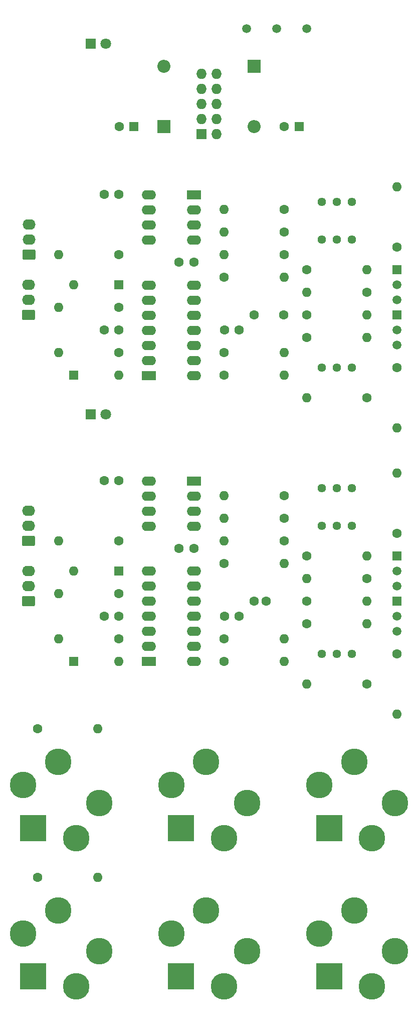
<source format=gbs>
G04 #@! TF.GenerationSoftware,KiCad,Pcbnew,6.0.4-6f826c9f35~116~ubuntu20.04.1*
G04 #@! TF.CreationDate,2022-04-20T20:14:52-04:00*
G04 #@! TF.ProjectId,kdlfo,6b646c66-6f2e-46b6-9963-61645f706362,rev?*
G04 #@! TF.SameCoordinates,Original*
G04 #@! TF.FileFunction,Soldermask,Bot*
G04 #@! TF.FilePolarity,Negative*
%FSLAX46Y46*%
G04 Gerber Fmt 4.6, Leading zero omitted, Abs format (unit mm)*
G04 Created by KiCad (PCBNEW 6.0.4-6f826c9f35~116~ubuntu20.04.1) date 2022-04-20 20:14:52*
%MOMM*%
%LPD*%
G01*
G04 APERTURE LIST*
G04 Aperture macros list*
%AMRoundRect*
0 Rectangle with rounded corners*
0 $1 Rounding radius*
0 $2 $3 $4 $5 $6 $7 $8 $9 X,Y pos of 4 corners*
0 Add a 4 corners polygon primitive as box body*
4,1,4,$2,$3,$4,$5,$6,$7,$8,$9,$2,$3,0*
0 Add four circle primitives for the rounded corners*
1,1,$1+$1,$2,$3*
1,1,$1+$1,$4,$5*
1,1,$1+$1,$6,$7*
1,1,$1+$1,$8,$9*
0 Add four rect primitives between the rounded corners*
20,1,$1+$1,$2,$3,$4,$5,0*
20,1,$1+$1,$4,$5,$6,$7,0*
20,1,$1+$1,$6,$7,$8,$9,0*
20,1,$1+$1,$8,$9,$2,$3,0*%
G04 Aperture macros list end*
%ADD10C,4.500001*%
%ADD11R,4.500001X4.500001*%
%ADD12C,4.500000*%
%ADD13R,1.800000X1.800000*%
%ADD14C,1.800000*%
%ADD15C,1.500000*%
%ADD16C,1.600000*%
%ADD17O,1.600000X1.600000*%
%ADD18C,1.440000*%
%ADD19R,1.600000X1.600000*%
%ADD20R,1.500000X1.500000*%
%ADD21R,2.200000X2.200000*%
%ADD22O,2.200000X2.200000*%
%ADD23RoundRect,0.250000X0.850000X-0.620000X0.850000X0.620000X-0.850000X0.620000X-0.850000X-0.620000X0*%
%ADD24O,2.200000X1.740000*%
%ADD25R,1.727200X1.727200*%
%ADD26O,1.727200X1.727200*%
%ADD27R,2.400000X1.600000*%
%ADD28O,2.400000X1.600000*%
G04 APERTURE END LIST*
D10*
G04 #@! TO.C,J8*
X81400000Y-190500000D03*
X77500000Y-196400000D03*
D11*
X70260000Y-194740000D03*
D12*
X74500000Y-183600000D03*
X68600000Y-187500000D03*
G04 #@! TD*
D13*
G04 #@! TO.C,D5*
X79975000Y-37500000D03*
D14*
X82515000Y-37500000D03*
G04 #@! TD*
D10*
G04 #@! TO.C,J7*
X131400000Y-190500000D03*
X127500000Y-196400000D03*
D11*
X120260000Y-194740000D03*
D12*
X124500000Y-183600000D03*
X118600000Y-187500000D03*
G04 #@! TD*
D13*
G04 #@! TO.C,D8*
X79975000Y-100000000D03*
D14*
X82515000Y-100000000D03*
G04 #@! TD*
D15*
G04 #@! TO.C,TP2*
X106350000Y-34990000D03*
G04 #@! TD*
G04 #@! TO.C,TP1*
X116510000Y-34990000D03*
G04 #@! TD*
D10*
G04 #@! TO.C,J6*
X106400000Y-165500000D03*
X102500000Y-171400000D03*
D11*
X95260000Y-169740000D03*
D12*
X99500000Y-158600000D03*
X93600000Y-162500000D03*
G04 #@! TD*
D10*
G04 #@! TO.C,J9*
X106400000Y-190500000D03*
X102500000Y-196400000D03*
D11*
X95260000Y-194740000D03*
D12*
X99500000Y-183600000D03*
X93600000Y-187500000D03*
G04 #@! TD*
D15*
G04 #@! TO.C,TP3*
X111430000Y-34990000D03*
G04 #@! TD*
D10*
G04 #@! TO.C,J10*
X131400000Y-165500000D03*
X127500000Y-171400000D03*
D11*
X120260000Y-169740000D03*
D12*
X124500000Y-158600000D03*
X118600000Y-162500000D03*
G04 #@! TD*
D10*
G04 #@! TO.C,J5*
X81400000Y-165500000D03*
X77500000Y-171400000D03*
D11*
X70260000Y-169740000D03*
D12*
X74500000Y-158600000D03*
X68600000Y-162500000D03*
G04 #@! TD*
D16*
G04 #@! TO.C,R2*
X102540000Y-76900000D03*
D17*
X112700000Y-76900000D03*
G04 #@! TD*
D16*
G04 #@! TO.C,R7*
X116510000Y-83250000D03*
D17*
X126670000Y-83250000D03*
G04 #@! TD*
D18*
G04 #@! TO.C,RV8*
X119050000Y-140400000D03*
X121590000Y-140400000D03*
X124130000Y-140400000D03*
G04 #@! TD*
D19*
G04 #@! TO.C,D6*
X77140000Y-141670000D03*
D17*
X84760000Y-141670000D03*
G04 #@! TD*
D16*
G04 #@! TO.C,R30*
X112700000Y-117540000D03*
D17*
X102540000Y-117540000D03*
G04 #@! TD*
D16*
G04 #@! TO.C,C5*
X84760000Y-85790000D03*
X82260000Y-85790000D03*
G04 #@! TD*
G04 #@! TO.C,R8*
X116510000Y-75630000D03*
D17*
X126670000Y-75630000D03*
G04 #@! TD*
D20*
G04 #@! TO.C,Q2*
X131750000Y-75630000D03*
D15*
X131750000Y-78170000D03*
X131750000Y-80710000D03*
G04 #@! TD*
D20*
G04 #@! TO.C,Q3*
X131750000Y-131510000D03*
D15*
X131750000Y-134050000D03*
X131750000Y-136590000D03*
G04 #@! TD*
D16*
G04 #@! TO.C,R24*
X116510000Y-131510000D03*
D17*
X126670000Y-131510000D03*
G04 #@! TD*
D16*
G04 #@! TO.C,R23*
X102540000Y-137860000D03*
D17*
X112700000Y-137860000D03*
G04 #@! TD*
D21*
G04 #@! TO.C,D2*
X107620000Y-41340000D03*
D22*
X107620000Y-51500000D03*
G04 #@! TD*
D16*
G04 #@! TO.C,C8*
X94920000Y-74360000D03*
X97420000Y-74360000D03*
G04 #@! TD*
G04 #@! TO.C,C12*
X94920000Y-122620000D03*
X97420000Y-122620000D03*
G04 #@! TD*
D23*
G04 #@! TO.C,J3*
X69520000Y-121350000D03*
D24*
X69520000Y-118810000D03*
X69520000Y-116270000D03*
G04 #@! TD*
D18*
G04 #@! TO.C,RV6*
X119050000Y-70550000D03*
X121590000Y-70550000D03*
X124130000Y-70550000D03*
G04 #@! TD*
D16*
G04 #@! TO.C,C11*
X84760000Y-111190000D03*
X82260000Y-111190000D03*
G04 #@! TD*
G04 #@! TO.C,C9*
X84760000Y-134050000D03*
X82260000Y-134050000D03*
G04 #@! TD*
G04 #@! TO.C,R32*
X71000000Y-178000000D03*
D17*
X81160000Y-178000000D03*
G04 #@! TD*
D16*
G04 #@! TO.C,C1*
X107620000Y-83250000D03*
X112620000Y-83250000D03*
G04 #@! TD*
G04 #@! TO.C,R20*
X131750000Y-140400000D03*
D17*
X131750000Y-150560000D03*
G04 #@! TD*
D19*
G04 #@! TO.C,C3*
X87300000Y-51500000D03*
D16*
X84800000Y-51500000D03*
G04 #@! TD*
G04 #@! TO.C,R27*
X102540000Y-141670000D03*
D17*
X112700000Y-141670000D03*
G04 #@! TD*
D19*
G04 #@! TO.C,C4*
X115200000Y-51500000D03*
D16*
X112700000Y-51500000D03*
G04 #@! TD*
G04 #@! TO.C,R14*
X84760000Y-89600000D03*
D17*
X74600000Y-89600000D03*
G04 #@! TD*
D20*
G04 #@! TO.C,Q1*
X131750000Y-83250000D03*
D15*
X131750000Y-85790000D03*
X131750000Y-88330000D03*
G04 #@! TD*
D16*
G04 #@! TO.C,R1*
X126670000Y-97220000D03*
D17*
X116510000Y-97220000D03*
G04 #@! TD*
D19*
G04 #@! TO.C,D7*
X84760000Y-126430000D03*
D17*
X77140000Y-126430000D03*
G04 #@! TD*
D23*
G04 #@! TO.C,J4*
X69500000Y-131510000D03*
D24*
X69500000Y-128970000D03*
X69500000Y-126430000D03*
G04 #@! TD*
D19*
G04 #@! TO.C,D3*
X77140000Y-93410000D03*
D17*
X84760000Y-93410000D03*
G04 #@! TD*
D16*
G04 #@! TO.C,R16*
X112700000Y-65470000D03*
D17*
X102540000Y-65470000D03*
G04 #@! TD*
D18*
G04 #@! TO.C,RV10*
X119040000Y-112460000D03*
X121580000Y-112460000D03*
X124120000Y-112460000D03*
G04 #@! TD*
D16*
G04 #@! TO.C,R25*
X116510000Y-123890000D03*
D17*
X126670000Y-123890000D03*
G04 #@! TD*
D18*
G04 #@! TO.C,RV5*
X119040000Y-92140000D03*
X121580000Y-92140000D03*
X124120000Y-92140000D03*
G04 #@! TD*
D23*
G04 #@! TO.C,J1*
X69540000Y-73090000D03*
D24*
X69540000Y-70550000D03*
X69540000Y-68010000D03*
G04 #@! TD*
D25*
G04 #@! TO.C,J15*
X98730000Y-52770000D03*
D26*
X101270000Y-52770000D03*
X98730000Y-50230000D03*
X101270000Y-50230000D03*
X98730000Y-47690000D03*
X101270000Y-47690000D03*
X98730000Y-45150000D03*
X101270000Y-45150000D03*
X98730000Y-42610000D03*
X101270000Y-42610000D03*
G04 #@! TD*
D16*
G04 #@! TO.C,R13*
X112700000Y-69280000D03*
D17*
X102540000Y-69280000D03*
G04 #@! TD*
D16*
G04 #@! TO.C,R6*
X102540000Y-89600000D03*
D17*
X112700000Y-89600000D03*
G04 #@! TD*
D16*
G04 #@! TO.C,R28*
X112700000Y-121350000D03*
D17*
X102540000Y-121350000D03*
G04 #@! TD*
D16*
G04 #@! TO.C,R12*
X84760000Y-81980000D03*
D17*
X74600000Y-81980000D03*
G04 #@! TD*
D16*
G04 #@! TO.C,C6*
X105080000Y-85790000D03*
X102580000Y-85790000D03*
G04 #@! TD*
D23*
G04 #@! TO.C,J2*
X69520000Y-83250000D03*
D24*
X69520000Y-80710000D03*
X69520000Y-78170000D03*
G04 #@! TD*
D16*
G04 #@! TO.C,R19*
X102540000Y-125160000D03*
D17*
X112700000Y-125160000D03*
G04 #@! TD*
D16*
G04 #@! TO.C,C10*
X105080000Y-134050000D03*
X102580000Y-134050000D03*
G04 #@! TD*
D21*
G04 #@! TO.C,D1*
X92380000Y-51500000D03*
D22*
X92380000Y-41340000D03*
G04 #@! TD*
D16*
G04 #@! TO.C,R26*
X131750000Y-120080000D03*
D17*
X131750000Y-109920000D03*
G04 #@! TD*
D16*
G04 #@! TO.C,R5*
X126670000Y-79440000D03*
D17*
X116510000Y-79440000D03*
G04 #@! TD*
D16*
G04 #@! TO.C,R9*
X131750000Y-71820000D03*
D17*
X131750000Y-61660000D03*
G04 #@! TD*
D16*
G04 #@! TO.C,R3*
X131750000Y-92140000D03*
D17*
X131750000Y-102300000D03*
G04 #@! TD*
D16*
G04 #@! TO.C,R15*
X71000000Y-153000000D03*
D17*
X81160000Y-153000000D03*
G04 #@! TD*
D16*
G04 #@! TO.C,R33*
X112700000Y-113730000D03*
D17*
X102540000Y-113730000D03*
G04 #@! TD*
D16*
G04 #@! TO.C,R31*
X84760000Y-137860000D03*
D17*
X74600000Y-137860000D03*
G04 #@! TD*
D18*
G04 #@! TO.C,RV7*
X119040000Y-64200000D03*
X121580000Y-64200000D03*
X124120000Y-64200000D03*
G04 #@! TD*
D16*
G04 #@! TO.C,R29*
X84760000Y-130240000D03*
D17*
X74600000Y-130240000D03*
G04 #@! TD*
D27*
G04 #@! TO.C,U1*
X89840000Y-93415000D03*
D28*
X89840000Y-90875000D03*
X89840000Y-88335000D03*
X89840000Y-85795000D03*
X89840000Y-83255000D03*
X89840000Y-80715000D03*
X89840000Y-78175000D03*
X97460000Y-78175000D03*
X97460000Y-80715000D03*
X97460000Y-83255000D03*
X97460000Y-85795000D03*
X97460000Y-88335000D03*
X97460000Y-90875000D03*
X97460000Y-93415000D03*
G04 #@! TD*
D27*
G04 #@! TO.C,U4*
X97450000Y-111200000D03*
D28*
X97450000Y-113740000D03*
X97450000Y-116280000D03*
X97450000Y-118820000D03*
X89830000Y-118820000D03*
X89830000Y-116280000D03*
X89830000Y-113740000D03*
X89830000Y-111200000D03*
G04 #@! TD*
D27*
G04 #@! TO.C,U2*
X97450000Y-62940000D03*
D28*
X97450000Y-65480000D03*
X97450000Y-68020000D03*
X97450000Y-70560000D03*
X89830000Y-70560000D03*
X89830000Y-68020000D03*
X89830000Y-65480000D03*
X89830000Y-62940000D03*
G04 #@! TD*
D16*
G04 #@! TO.C,R4*
X116510000Y-87060000D03*
D17*
X126670000Y-87060000D03*
G04 #@! TD*
D27*
G04 #@! TO.C,U3*
X89840000Y-141670000D03*
D28*
X89840000Y-139130000D03*
X89840000Y-136590000D03*
X89840000Y-134050000D03*
X89840000Y-131510000D03*
X89840000Y-128970000D03*
X89840000Y-126430000D03*
X97460000Y-126430000D03*
X97460000Y-128970000D03*
X97460000Y-131510000D03*
X97460000Y-134050000D03*
X97460000Y-136590000D03*
X97460000Y-139130000D03*
X97460000Y-141670000D03*
G04 #@! TD*
D16*
G04 #@! TO.C,R22*
X126670000Y-127700000D03*
D17*
X116510000Y-127700000D03*
G04 #@! TD*
D16*
G04 #@! TO.C,C2*
X107620000Y-131510000D03*
X109620000Y-131510000D03*
G04 #@! TD*
G04 #@! TO.C,C7*
X84760000Y-62930000D03*
X82260000Y-62930000D03*
G04 #@! TD*
G04 #@! TO.C,R18*
X126670000Y-145480000D03*
D17*
X116510000Y-145480000D03*
G04 #@! TD*
D16*
G04 #@! TO.C,R10*
X102540000Y-93410000D03*
D17*
X112700000Y-93410000D03*
G04 #@! TD*
D20*
G04 #@! TO.C,Q4*
X131750000Y-123890000D03*
D15*
X131750000Y-126430000D03*
X131750000Y-128970000D03*
G04 #@! TD*
D16*
G04 #@! TO.C,R11*
X112700000Y-73090000D03*
D17*
X102540000Y-73090000D03*
G04 #@! TD*
D16*
G04 #@! TO.C,R17*
X84760000Y-73090000D03*
D17*
X74600000Y-73090000D03*
G04 #@! TD*
D19*
G04 #@! TO.C,D4*
X84760000Y-78170000D03*
D17*
X77140000Y-78170000D03*
G04 #@! TD*
D18*
G04 #@! TO.C,RV9*
X119040000Y-118810000D03*
X121580000Y-118810000D03*
X124120000Y-118810000D03*
G04 #@! TD*
D16*
G04 #@! TO.C,R34*
X84760000Y-121350000D03*
D17*
X74600000Y-121350000D03*
G04 #@! TD*
D16*
G04 #@! TO.C,R21*
X116510000Y-135320000D03*
D17*
X126670000Y-135320000D03*
G04 #@! TD*
M02*

</source>
